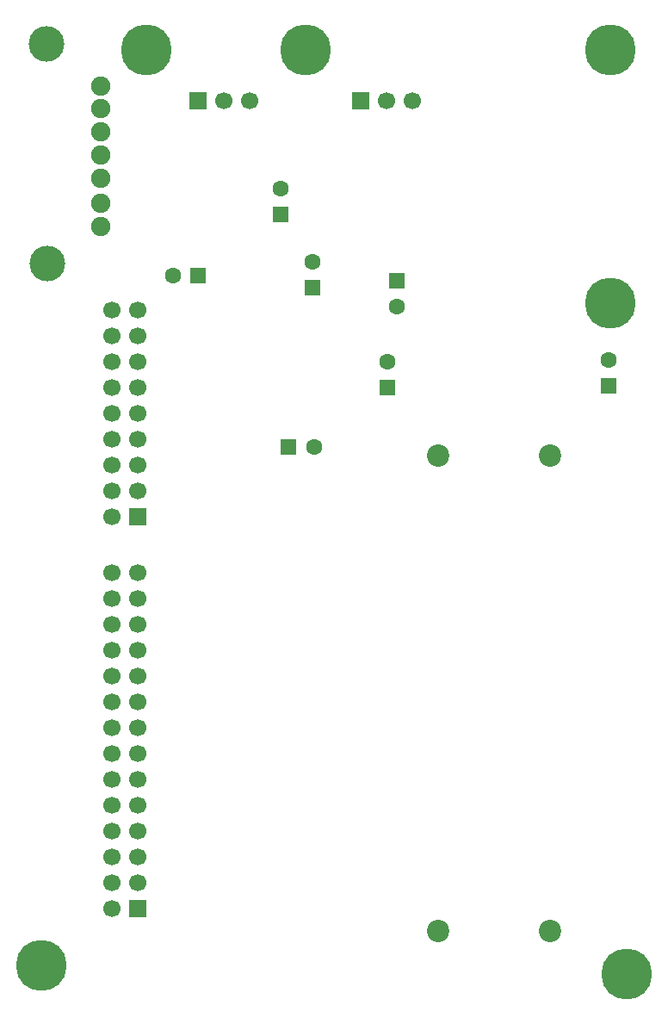
<source format=gbr>
%TF.GenerationSoftware,KiCad,Pcbnew,9.0.5*%
%TF.CreationDate,2025-10-18T12:32:37+02:00*%
%TF.ProjectId,LogicAnalyzer V6.0,4c6f6769-6341-46e6-916c-797a65722056,rev?*%
%TF.SameCoordinates,Original*%
%TF.FileFunction,Soldermask,Bot*%
%TF.FilePolarity,Negative*%
%FSLAX46Y46*%
G04 Gerber Fmt 4.6, Leading zero omitted, Abs format (unit mm)*
G04 Created by KiCad (PCBNEW 9.0.5) date 2025-10-18 12:32:37*
%MOMM*%
%LPD*%
G01*
G04 APERTURE LIST*
G04 Aperture macros list*
%AMRoundRect*
0 Rectangle with rounded corners*
0 $1 Rounding radius*
0 $2 $3 $4 $5 $6 $7 $8 $9 X,Y pos of 4 corners*
0 Add a 4 corners polygon primitive as box body*
4,1,4,$2,$3,$4,$5,$6,$7,$8,$9,$2,$3,0*
0 Add four circle primitives for the rounded corners*
1,1,$1+$1,$2,$3*
1,1,$1+$1,$4,$5*
1,1,$1+$1,$6,$7*
1,1,$1+$1,$8,$9*
0 Add four rect primitives between the rounded corners*
20,1,$1+$1,$2,$3,$4,$5,0*
20,1,$1+$1,$4,$5,$6,$7,0*
20,1,$1+$1,$6,$7,$8,$9,0*
20,1,$1+$1,$8,$9,$2,$3,0*%
G04 Aperture macros list end*
%ADD10C,1.900000*%
%ADD11C,3.500000*%
%ADD12C,0.800000*%
%ADD13C,5.000000*%
%ADD14C,2.200000*%
%ADD15RoundRect,0.250000X0.550000X-0.550000X0.550000X0.550000X-0.550000X0.550000X-0.550000X-0.550000X0*%
%ADD16C,1.600000*%
%ADD17R,1.700000X1.700000*%
%ADD18C,1.700000*%
%ADD19RoundRect,0.250000X-0.550000X0.550000X-0.550000X-0.550000X0.550000X-0.550000X0.550000X0.550000X0*%
%ADD20RoundRect,0.250000X0.550000X0.550000X-0.550000X0.550000X-0.550000X-0.550000X0.550000X-0.550000X0*%
%ADD21RoundRect,0.250000X-0.550000X-0.550000X0.550000X-0.550000X0.550000X0.550000X-0.550000X0.550000X0*%
G04 APERTURE END LIST*
D10*
%TO.C,SW1*%
X111830000Y-67350000D03*
X111830000Y-65050000D03*
X111830000Y-62650000D03*
X111830000Y-60350000D03*
X111830000Y-58050000D03*
X111830000Y-55750000D03*
X111830000Y-53550000D03*
D11*
X106630000Y-71050000D03*
X106530000Y-49450000D03*
%TD*%
D12*
%TO.C,H3*%
X160125000Y-50000000D03*
X160674175Y-48674175D03*
X160674175Y-51325825D03*
X162000000Y-48125000D03*
D13*
X162000000Y-50000000D03*
D12*
X162000000Y-51875000D03*
X163325825Y-48674175D03*
X163325825Y-51325825D03*
X163875000Y-50000000D03*
%TD*%
D14*
%TO.C,H9*%
X156020000Y-89920000D03*
%TD*%
D15*
%TO.C,C30*%
X161780000Y-82998856D03*
D16*
X161780000Y-80498856D03*
%TD*%
D17*
%TO.C,J1*%
X121380000Y-55000000D03*
D18*
X123920000Y-55000000D03*
X126460000Y-55000000D03*
%TD*%
D17*
%TO.C,J5*%
X115500000Y-134435000D03*
D18*
X112960000Y-134435000D03*
X115500000Y-131895000D03*
X112960000Y-131895000D03*
X115500000Y-129355000D03*
X112960000Y-129355000D03*
X115500000Y-126815000D03*
X112960000Y-126815000D03*
X115500000Y-124275000D03*
X112960000Y-124275000D03*
X115500000Y-121735000D03*
X112960000Y-121735000D03*
X115500000Y-119195000D03*
X112960000Y-119195000D03*
X115500000Y-116655000D03*
X112960000Y-116655000D03*
X115500000Y-114115000D03*
X112960000Y-114115000D03*
X115500000Y-111575000D03*
X112960000Y-111575000D03*
X115500000Y-109035000D03*
X112960000Y-109035000D03*
X115500000Y-106495000D03*
X112960000Y-106495000D03*
X115500000Y-103955000D03*
X112960000Y-103955000D03*
X115500000Y-101415000D03*
X112960000Y-101415000D03*
%TD*%
D19*
%TO.C,C24*%
X140960000Y-72731144D03*
D16*
X140960000Y-75231144D03*
%TD*%
D17*
%TO.C,J3*%
X137380000Y-55000000D03*
D18*
X139920000Y-55000000D03*
X142460000Y-55000000D03*
%TD*%
D15*
%TO.C,C21*%
X132640000Y-73358856D03*
D16*
X132640000Y-70858856D03*
%TD*%
D14*
%TO.C,H7*%
X156010000Y-136620000D03*
%TD*%
D12*
%TO.C,H2*%
X130075000Y-50000000D03*
X130624175Y-48674175D03*
X130624175Y-51325825D03*
X131950000Y-48125000D03*
D13*
X131950000Y-50000000D03*
D12*
X131950000Y-51875000D03*
X133275825Y-48674175D03*
X133275825Y-51325825D03*
X133825000Y-50000000D03*
%TD*%
D14*
%TO.C,H10*%
X144990000Y-89920000D03*
%TD*%
D12*
%TO.C,H4*%
X160125000Y-74870000D03*
X160674175Y-73544175D03*
X160674175Y-76195825D03*
X162000000Y-72995000D03*
D13*
X162000000Y-74870000D03*
D12*
X162000000Y-76745000D03*
X163325825Y-73544175D03*
X163325825Y-76195825D03*
X163875000Y-74870000D03*
%TD*%
D15*
%TO.C,C19*%
X140050000Y-83208856D03*
D16*
X140050000Y-80708856D03*
%TD*%
D12*
%TO.C,H5*%
X161715000Y-140880000D03*
X162264175Y-139554175D03*
X162264175Y-142205825D03*
X163590000Y-139005000D03*
D13*
X163590000Y-140880000D03*
D12*
X163590000Y-142755000D03*
X164915825Y-139554175D03*
X164915825Y-142205825D03*
X165465000Y-140880000D03*
%TD*%
%TO.C,H6*%
X104125000Y-140000000D03*
X104674175Y-138674175D03*
X104674175Y-141325825D03*
X106000000Y-138125000D03*
D13*
X106000000Y-140000000D03*
D12*
X106000000Y-141875000D03*
X107325825Y-138674175D03*
X107325825Y-141325825D03*
X107875000Y-140000000D03*
%TD*%
D17*
%TO.C,J4*%
X115500000Y-95920000D03*
D18*
X112960000Y-95920000D03*
X115500000Y-93380000D03*
X112960000Y-93380000D03*
X115500000Y-90840000D03*
X112960000Y-90840000D03*
X115500000Y-88300000D03*
X112960000Y-88300000D03*
X115500000Y-85760000D03*
X112960000Y-85760000D03*
X115500000Y-83220000D03*
X112960000Y-83220000D03*
X115500000Y-80680000D03*
X112960000Y-80680000D03*
X115500000Y-78140000D03*
X112960000Y-78140000D03*
X115500000Y-75600000D03*
X112960000Y-75600000D03*
%TD*%
D14*
%TO.C,H8*%
X145000000Y-136610000D03*
%TD*%
D15*
%TO.C,C22*%
X129520000Y-66148856D03*
D16*
X129520000Y-63648856D03*
%TD*%
D12*
%TO.C,H1*%
X114425000Y-50000000D03*
X114974175Y-48674175D03*
X114974175Y-51325825D03*
X116300000Y-48125000D03*
D13*
X116300000Y-50000000D03*
D12*
X116300000Y-51875000D03*
X117625825Y-48674175D03*
X117625825Y-51325825D03*
X118175000Y-50000000D03*
%TD*%
D20*
%TO.C,C23*%
X121450000Y-72180000D03*
D16*
X118950000Y-72180000D03*
%TD*%
D21*
%TO.C,C20*%
X130331144Y-89090000D03*
D16*
X132831144Y-89090000D03*
%TD*%
M02*

</source>
